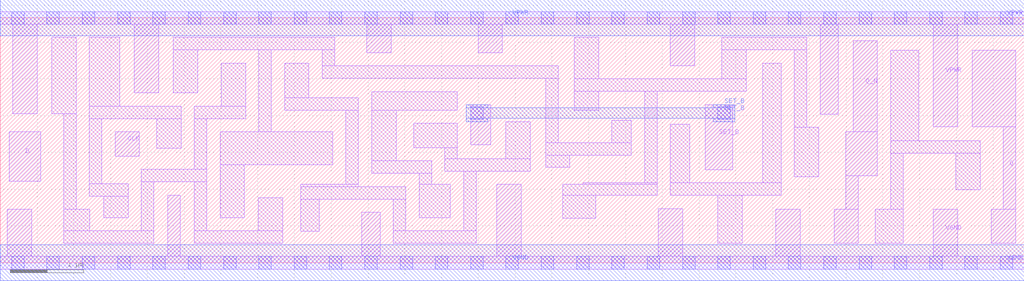
<source format=lef>
# Copyright 2020 The SkyWater PDK Authors
#
# Licensed under the Apache License, Version 2.0 (the "License");
# you may not use this file except in compliance with the License.
# You may obtain a copy of the License at
#
#     https://www.apache.org/licenses/LICENSE-2.0
#
# Unless required by applicable law or agreed to in writing, software
# distributed under the License is distributed on an "AS IS" BASIS,
# WITHOUT WARRANTIES OR CONDITIONS OF ANY KIND, either express or implied.
# See the License for the specific language governing permissions and
# limitations under the License.
#
# SPDX-License-Identifier: Apache-2.0

VERSION 5.7 ;
  NAMESCASESENSITIVE ON ;
  NOWIREEXTENSIONATPIN ON ;
  DIVIDERCHAR "/" ;
  BUSBITCHARS "[]" ;
UNITS
  DATABASE MICRONS 200 ;
END UNITS
MACRO sky130_fd_sc_lp__dfsbp_lp
  CLASS CORE ;
  SOURCE USER ;
  FOREIGN sky130_fd_sc_lp__dfsbp_lp ;
  ORIGIN  0.000000  0.000000 ;
  SIZE  13.92000 BY  3.330000 ;
  SYMMETRY X Y R90 ;
  SITE unit ;
  PIN D
    ANTENNAGATEAREA  0.376000 ;
    DIRECTION INPUT ;
    USE SIGNAL ;
    PORT
      LAYER li1 ;
        RECT 0.125000 1.110000 0.550000 1.780000 ;
    END
  END D
  PIN Q
    ANTENNADIFFAREA  0.404700 ;
    DIRECTION OUTPUT ;
    USE SIGNAL ;
    PORT
      LAYER li1 ;
        RECT 13.215000 1.850000 13.805000 2.890000 ;
        RECT 13.475000 0.265000 13.805000 0.725000 ;
        RECT 13.635000 0.725000 13.805000 1.850000 ;
    END
  END Q
  PIN Q_N
    ANTENNADIFFAREA  0.404700 ;
    DIRECTION OUTPUT ;
    USE SIGNAL ;
    PORT
      LAYER li1 ;
        RECT 11.335000 0.265000 11.665000 0.725000 ;
        RECT 11.495000 0.725000 11.665000 1.180000 ;
        RECT 11.495000 1.180000 11.925000 1.780000 ;
        RECT 11.595000 1.780000 11.925000 3.020000 ;
    END
  END Q_N
  PIN SET_B
    ANTENNAGATEAREA  0.626000 ;
    DIRECTION INPUT ;
    USE SIGNAL ;
    PORT
      LAYER li1 ;
        RECT 6.395000 1.605000 6.665000 2.150000 ;
        RECT 9.585000 1.265000 9.955000 2.150000 ;
      LAYER mcon ;
        RECT 6.395000 1.950000 6.565000 2.120000 ;
        RECT 9.755000 1.950000 9.925000 2.120000 ;
      LAYER met1 ;
        RECT 6.335000 1.920000 6.625000 1.965000 ;
        RECT 6.335000 1.965000 9.985000 2.105000 ;
        RECT 6.335000 2.105000 6.625000 2.150000 ;
        RECT 9.695000 1.920000 9.985000 1.965000 ;
        RECT 9.695000 2.105000 9.985000 2.150000 ;
    END
  END SET_B
  PIN CLK
    ANTENNAGATEAREA  0.376000 ;
    DIRECTION INPUT ;
    USE CLOCK ;
    PORT
      LAYER li1 ;
        RECT 1.560000 1.450000 1.890000 1.780000 ;
    END
  END CLK
  PIN VGND
    DIRECTION INOUT ;
    USE GROUND ;
    PORT
      LAYER li1 ;
        RECT  0.000000 -0.085000 13.920000 0.085000 ;
        RECT  0.095000  0.085000  0.425000 0.725000 ;
        RECT  2.280000  0.085000  2.450000 0.920000 ;
        RECT  4.915000  0.085000  5.165000 0.685000 ;
        RECT  6.750000  0.085000  7.080000 1.065000 ;
        RECT  8.945000  0.085000  9.275000 0.735000 ;
        RECT 10.545000  0.085000 10.875000 0.725000 ;
        RECT 12.685000  0.085000 13.015000 0.725000 ;
      LAYER mcon ;
        RECT  0.155000 -0.085000  0.325000 0.085000 ;
        RECT  0.635000 -0.085000  0.805000 0.085000 ;
        RECT  1.115000 -0.085000  1.285000 0.085000 ;
        RECT  1.595000 -0.085000  1.765000 0.085000 ;
        RECT  2.075000 -0.085000  2.245000 0.085000 ;
        RECT  2.555000 -0.085000  2.725000 0.085000 ;
        RECT  3.035000 -0.085000  3.205000 0.085000 ;
        RECT  3.515000 -0.085000  3.685000 0.085000 ;
        RECT  3.995000 -0.085000  4.165000 0.085000 ;
        RECT  4.475000 -0.085000  4.645000 0.085000 ;
        RECT  4.955000 -0.085000  5.125000 0.085000 ;
        RECT  5.435000 -0.085000  5.605000 0.085000 ;
        RECT  5.915000 -0.085000  6.085000 0.085000 ;
        RECT  6.395000 -0.085000  6.565000 0.085000 ;
        RECT  6.875000 -0.085000  7.045000 0.085000 ;
        RECT  7.355000 -0.085000  7.525000 0.085000 ;
        RECT  7.835000 -0.085000  8.005000 0.085000 ;
        RECT  8.315000 -0.085000  8.485000 0.085000 ;
        RECT  8.795000 -0.085000  8.965000 0.085000 ;
        RECT  9.275000 -0.085000  9.445000 0.085000 ;
        RECT  9.755000 -0.085000  9.925000 0.085000 ;
        RECT 10.235000 -0.085000 10.405000 0.085000 ;
        RECT 10.715000 -0.085000 10.885000 0.085000 ;
        RECT 11.195000 -0.085000 11.365000 0.085000 ;
        RECT 11.675000 -0.085000 11.845000 0.085000 ;
        RECT 12.155000 -0.085000 12.325000 0.085000 ;
        RECT 12.635000 -0.085000 12.805000 0.085000 ;
        RECT 13.115000 -0.085000 13.285000 0.085000 ;
        RECT 13.595000 -0.085000 13.765000 0.085000 ;
      LAYER met1 ;
        RECT 0.000000 -0.245000 13.920000 0.245000 ;
    END
  END VGND
  PIN VPWR
    DIRECTION INOUT ;
    USE POWER ;
    PORT
      LAYER li1 ;
        RECT  0.000000 3.245000 13.920000 3.415000 ;
        RECT  0.170000 2.025000  0.500000 3.245000 ;
        RECT  1.825000 2.310000  2.155000 3.245000 ;
        RECT  4.985000 2.855000  5.315000 3.245000 ;
        RECT  6.495000 2.855000  6.825000 3.245000 ;
        RECT  9.110000 2.680000  9.440000 3.245000 ;
        RECT 11.145000 2.020000 11.395000 3.245000 ;
        RECT 12.685000 1.850000 13.015000 3.245000 ;
      LAYER mcon ;
        RECT  0.155000 3.245000  0.325000 3.415000 ;
        RECT  0.635000 3.245000  0.805000 3.415000 ;
        RECT  1.115000 3.245000  1.285000 3.415000 ;
        RECT  1.595000 3.245000  1.765000 3.415000 ;
        RECT  2.075000 3.245000  2.245000 3.415000 ;
        RECT  2.555000 3.245000  2.725000 3.415000 ;
        RECT  3.035000 3.245000  3.205000 3.415000 ;
        RECT  3.515000 3.245000  3.685000 3.415000 ;
        RECT  3.995000 3.245000  4.165000 3.415000 ;
        RECT  4.475000 3.245000  4.645000 3.415000 ;
        RECT  4.955000 3.245000  5.125000 3.415000 ;
        RECT  5.435000 3.245000  5.605000 3.415000 ;
        RECT  5.915000 3.245000  6.085000 3.415000 ;
        RECT  6.395000 3.245000  6.565000 3.415000 ;
        RECT  6.875000 3.245000  7.045000 3.415000 ;
        RECT  7.355000 3.245000  7.525000 3.415000 ;
        RECT  7.835000 3.245000  8.005000 3.415000 ;
        RECT  8.315000 3.245000  8.485000 3.415000 ;
        RECT  8.795000 3.245000  8.965000 3.415000 ;
        RECT  9.275000 3.245000  9.445000 3.415000 ;
        RECT  9.755000 3.245000  9.925000 3.415000 ;
        RECT 10.235000 3.245000 10.405000 3.415000 ;
        RECT 10.715000 3.245000 10.885000 3.415000 ;
        RECT 11.195000 3.245000 11.365000 3.415000 ;
        RECT 11.675000 3.245000 11.845000 3.415000 ;
        RECT 12.155000 3.245000 12.325000 3.415000 ;
        RECT 12.635000 3.245000 12.805000 3.415000 ;
        RECT 13.115000 3.245000 13.285000 3.415000 ;
        RECT 13.595000 3.245000 13.765000 3.415000 ;
      LAYER met1 ;
        RECT 0.000000 3.085000 13.920000 3.575000 ;
    END
  END VPWR
  OBS
    LAYER li1 ;
      RECT  0.700000 2.025000  1.030000 3.065000 ;
      RECT  0.860000 0.265000  2.090000 0.435000 ;
      RECT  0.860000 0.435000  1.215000 0.725000 ;
      RECT  0.860000 0.725000  1.030000 2.025000 ;
      RECT  1.210000 0.905000  1.740000 1.075000 ;
      RECT  1.210000 1.075000  1.380000 1.960000 ;
      RECT  1.210000 1.960000  2.460000 2.130000 ;
      RECT  1.210000 2.130000  1.625000 3.065000 ;
      RECT  1.410000 0.615000  1.740000 0.905000 ;
      RECT  1.920000 0.435000  2.090000 1.100000 ;
      RECT  1.920000 1.100000  2.810000 1.270000 ;
      RECT  2.130000 1.555000  2.460000 1.960000 ;
      RECT  2.355000 2.310000  2.685000 2.895000 ;
      RECT  2.355000 2.895000  4.545000 3.065000 ;
      RECT  2.640000 0.265000  3.840000 0.435000 ;
      RECT  2.640000 0.435000  2.810000 1.100000 ;
      RECT  2.640000 1.270000  2.810000 1.960000 ;
      RECT  2.640000 1.960000  3.335000 2.130000 ;
      RECT  2.990000 0.615000  3.320000 1.330000 ;
      RECT  2.990000 1.330000  4.520000 1.780000 ;
      RECT  3.005000 2.130000  3.335000 2.715000 ;
      RECT  3.510000 0.435000  3.840000 0.885000 ;
      RECT  3.515000 1.780000  3.685000 2.895000 ;
      RECT  3.865000 2.075000  4.870000 2.245000 ;
      RECT  3.865000 2.245000  4.195000 2.715000 ;
      RECT  4.085000 0.425000  4.335000 0.865000 ;
      RECT  4.085000 0.865000  5.515000 1.035000 ;
      RECT  4.085000 1.035000  4.870000 1.065000 ;
      RECT  4.375000 2.505000  7.585000 2.675000 ;
      RECT  4.375000 2.675000  4.545000 2.895000 ;
      RECT  4.700000 1.065000  4.870000 2.075000 ;
      RECT  5.050000 1.215000  5.865000 1.385000 ;
      RECT  5.050000 1.385000  5.380000 2.075000 ;
      RECT  5.050000 2.075000  6.215000 2.325000 ;
      RECT  5.345000 0.265000  6.470000 0.435000 ;
      RECT  5.345000 0.435000  5.515000 0.865000 ;
      RECT  5.620000 1.565000  6.215000 1.895000 ;
      RECT  5.695000 0.615000  6.120000 1.065000 ;
      RECT  5.695000 1.065000  5.865000 1.215000 ;
      RECT  6.045000 1.245000  7.205000 1.415000 ;
      RECT  6.045000 1.415000  6.215000 1.565000 ;
      RECT  6.300000 0.435000  6.470000 1.245000 ;
      RECT  6.875000 1.415000  7.205000 1.915000 ;
      RECT  7.415000 1.300000  7.745000 1.460000 ;
      RECT  7.415000 1.460000  8.580000 1.630000 ;
      RECT  7.415000 1.630000  7.585000 2.505000 ;
      RECT  7.650000 0.605000  8.095000 0.915000 ;
      RECT  7.650000 0.915000  8.930000 1.065000 ;
      RECT  7.805000 2.075000  8.135000 2.330000 ;
      RECT  7.805000 2.330000 10.140000 2.500000 ;
      RECT  7.805000 2.500000  8.135000 3.065000 ;
      RECT  7.925000 1.065000  8.930000 1.085000 ;
      RECT  8.315000 1.630000  8.580000 1.935000 ;
      RECT  8.760000 1.085000  8.930000 2.330000 ;
      RECT  9.110000 0.915000 10.615000 1.085000 ;
      RECT  9.110000 1.085000  9.375000 1.885000 ;
      RECT  9.755000 0.265000 10.085000 0.915000 ;
      RECT  9.810000 2.500000 10.140000 2.895000 ;
      RECT  9.810000 2.895000 10.965000 3.065000 ;
      RECT 10.365000 1.085000 10.615000 2.715000 ;
      RECT 10.795000 1.170000 11.125000 1.840000 ;
      RECT 10.795000 1.840000 10.965000 2.895000 ;
      RECT 11.895000 0.265000 12.275000 0.725000 ;
      RECT 12.105000 0.725000 12.275000 1.490000 ;
      RECT 12.105000 1.490000 13.320000 1.660000 ;
      RECT 12.105000 1.660000 12.485000 2.890000 ;
      RECT 12.990000 0.990000 13.320000 1.490000 ;
  END
END sky130_fd_sc_lp__dfsbp_lp

</source>
